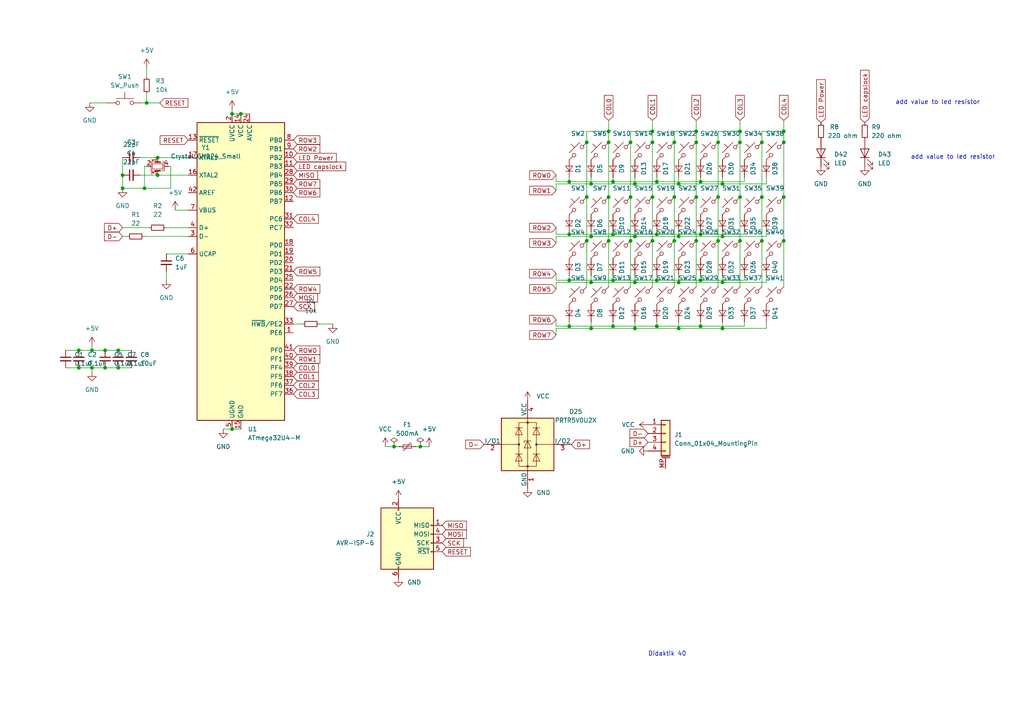
<source format=kicad_sch>
(kicad_sch (version 20211123) (generator eeschema)
  (paper "A4")
  (junction (at 114.3 129.54))
  (junction (at 26.67 106.68))
  (junction (at 203.2 67.945))
  (junction (at 67.31 124.46))
  (junction (at 176.53 69.85))
  (junction (at 195.58 57.15))
  (junction (at 220.98 41.275))
  (junction (at 196.85 95.25))
  (junction (at 170.18 69.85))
  (junction (at 35.56 50.8))
  (junction (at 184.15 68.58))
  (junction (at 220.98 69.85))
  (junction (at 45.72 50.8))
  (junction (at 30.48 106.68))
  (junction (at 41.91 54.61))
  (junction (at 165.1 67.945))
  (junction (at 201.93 41.275))
  (junction (at 45.72 45.72))
  (junction (at 34.29 101.6))
  (junction (at 170.18 57.15))
  (junction (at 203.2 94.615))
  (junction (at 214.63 57.15))
  (junction (at 209.55 68.58))
  (junction (at 208.28 69.85))
  (junction (at 214.63 38.1))
  (junction (at 165.1 94.615))
  (junction (at 171.45 68.58))
  (junction (at 26.67 101.6))
  (junction (at 69.85 33.02))
  (junction (at 201.93 69.85))
  (junction (at 203.2 52.705))
  (junction (at 171.45 81.915))
  (junction (at 189.23 57.15))
  (junction (at 201.93 57.15))
  (junction (at 214.63 41.275))
  (junction (at 195.58 41.275))
  (junction (at 35.56 54.61))
  (junction (at 176.53 41.275))
  (junction (at 30.48 101.6))
  (junction (at 176.53 38.1))
  (junction (at 190.5 67.945))
  (junction (at 190.5 81.28))
  (junction (at 203.2 81.28))
  (junction (at 227.33 69.85))
  (junction (at 209.55 81.915))
  (junction (at 209.55 53.34))
  (junction (at 121.92 129.54))
  (junction (at 189.23 69.85))
  (junction (at 189.23 41.275))
  (junction (at 176.53 57.15))
  (junction (at 189.23 38.1))
  (junction (at 196.85 81.915))
  (junction (at 184.15 95.25))
  (junction (at 170.18 41.275))
  (junction (at 227.33 57.15))
  (junction (at 177.8 67.945))
  (junction (at 165.1 81.28))
  (junction (at 22.86 101.6))
  (junction (at 182.88 41.275))
  (junction (at 220.98 57.15))
  (junction (at 34.29 106.68))
  (junction (at 184.15 81.915))
  (junction (at 209.55 95.25))
  (junction (at 227.33 41.275))
  (junction (at 201.93 38.1))
  (junction (at 208.28 57.15))
  (junction (at 184.15 53.34))
  (junction (at 190.5 94.615))
  (junction (at 190.5 52.705))
  (junction (at 67.31 33.02))
  (junction (at 227.33 38.1))
  (junction (at 195.58 69.85))
  (junction (at 182.88 69.85))
  (junction (at 165.1 52.705))
  (junction (at 214.63 69.85))
  (junction (at 177.8 52.705))
  (junction (at 42.545 29.845))
  (junction (at 196.85 53.34))
  (junction (at 171.45 53.34))
  (junction (at 208.28 41.275))
  (junction (at 196.85 68.58))
  (junction (at 177.8 94.615))
  (junction (at 171.45 95.25))
  (junction (at 22.86 106.68))
  (junction (at 182.88 57.15))
  (junction (at 177.8 81.28))
  (wire (pts (xy 201.93 34.925) (xy 201.93 38.1)))
  (wire (pts (xy 214.63 57.15) (xy 214.63 69.85)))
  (wire (pts (xy 190.5 51.435) (xy 190.5 52.705)))
  (wire (pts (xy 227.33 57.15) (xy 227.33 69.85)))
  (wire (pts (xy 214.63 38.1) (xy 214.63 41.275)))
  (wire (pts (xy 48.895 48.26) (xy 49.53 48.26)))
  (wire (pts (xy 41.91 68.58) (xy 54.61 68.58)))
  (wire (pts (xy 177.8 80.01) (xy 177.8 81.28)))
  (wire (pts (xy 161.29 95.25) (xy 161.29 97.155)))
  (wire (pts (xy 40.64 50.8) (xy 45.72 50.8)))
  (wire (pts (xy 42.545 19.685) (xy 42.545 22.225)))
  (wire (pts (xy 177.8 52.705) (xy 190.5 52.705)))
  (wire (pts (xy 67.31 124.46) (xy 69.85 124.46)))
  (wire (pts (xy 170.18 38.1) (xy 176.53 38.1)))
  (wire (pts (xy 189.23 41.275) (xy 189.23 57.15)))
  (wire (pts (xy 165.1 51.435) (xy 165.1 52.705)))
  (wire (pts (xy 190.5 52.705) (xy 203.2 52.705)))
  (wire (pts (xy 85.09 93.98) (xy 87.63 93.98)))
  (wire (pts (xy 161.29 68.58) (xy 171.45 68.58)))
  (wire (pts (xy 69.85 33.02) (xy 72.39 33.02)))
  (wire (pts (xy 209.55 68.58) (xy 222.25 68.58)))
  (wire (pts (xy 40.64 45.72) (xy 45.72 45.72)))
  (wire (pts (xy 203.2 67.945) (xy 215.9 67.945)))
  (wire (pts (xy 222.25 93.345) (xy 222.25 95.25)))
  (wire (pts (xy 170.18 83.185) (xy 170.18 69.85)))
  (wire (pts (xy 215.9 93.345) (xy 215.9 94.615)))
  (wire (pts (xy 203.2 67.31) (xy 203.2 67.945)))
  (wire (pts (xy 222.25 80.01) (xy 222.25 81.915)))
  (wire (pts (xy 208.28 41.275) (xy 208.28 38.1)))
  (wire (pts (xy 161.29 50.8) (xy 161.29 52.705)))
  (wire (pts (xy 201.93 38.1) (xy 195.58 38.1)))
  (wire (pts (xy 214.63 69.85) (xy 214.63 83.185)))
  (wire (pts (xy 165.1 81.28) (xy 177.8 81.28)))
  (wire (pts (xy 161.29 66.04) (xy 161.29 67.945)))
  (wire (pts (xy 177.8 51.435) (xy 177.8 52.705)))
  (wire (pts (xy 209.55 80.01) (xy 209.55 81.915)))
  (wire (pts (xy 30.48 101.6) (xy 34.29 101.6)))
  (wire (pts (xy 196.85 81.915) (xy 209.55 81.915)))
  (wire (pts (xy 208.28 83.185) (xy 208.28 69.85)))
  (wire (pts (xy 22.86 101.6) (xy 26.67 101.6)))
  (wire (pts (xy 184.15 93.345) (xy 184.15 95.25)))
  (wire (pts (xy 190.5 93.345) (xy 190.5 94.615)))
  (wire (pts (xy 41.91 54.61) (xy 35.56 54.61)))
  (wire (pts (xy 227.33 69.85) (xy 227.33 83.185)))
  (wire (pts (xy 177.8 81.28) (xy 190.5 81.28)))
  (wire (pts (xy 184.15 53.34) (xy 171.45 53.34)))
  (wire (pts (xy 171.45 68.58) (xy 184.15 68.58)))
  (wire (pts (xy 49.53 54.61) (xy 41.91 54.61)))
  (wire (pts (xy 195.58 57.15) (xy 195.58 69.85)))
  (wire (pts (xy 171.45 95.25) (xy 161.29 95.25)))
  (wire (pts (xy 215.9 67.31) (xy 215.9 67.945)))
  (wire (pts (xy 182.88 83.185) (xy 182.88 69.85)))
  (wire (pts (xy 201.93 69.85) (xy 201.93 83.185)))
  (wire (pts (xy 209.55 51.435) (xy 209.55 53.34)))
  (wire (pts (xy 189.23 57.15) (xy 189.23 69.85)))
  (wire (pts (xy 196.85 68.58) (xy 209.55 68.58)))
  (wire (pts (xy 161.29 67.945) (xy 165.1 67.945)))
  (wire (pts (xy 177.8 67.31) (xy 177.8 67.945)))
  (wire (pts (xy 222.25 95.25) (xy 209.55 95.25)))
  (wire (pts (xy 42.545 29.845) (xy 46.355 29.845)))
  (wire (pts (xy 176.53 69.85) (xy 176.53 83.185)))
  (wire (pts (xy 67.31 31.75) (xy 67.31 33.02)))
  (wire (pts (xy 42.545 27.305) (xy 42.545 29.845)))
  (wire (pts (xy 203.2 81.28) (xy 215.9 81.28)))
  (wire (pts (xy 35.56 45.72) (xy 35.56 50.8)))
  (wire (pts (xy 190.5 81.28) (xy 203.2 81.28)))
  (wire (pts (xy 161.29 81.915) (xy 161.29 83.82)))
  (wire (pts (xy 170.18 69.85) (xy 170.18 57.15)))
  (wire (pts (xy 195.58 38.1) (xy 195.58 41.275)))
  (wire (pts (xy 45.72 50.8) (xy 54.61 50.8)))
  (wire (pts (xy 184.15 80.01) (xy 184.15 81.915)))
  (wire (pts (xy 161.29 68.58) (xy 161.29 70.485)))
  (wire (pts (xy 227.33 41.275) (xy 227.33 57.15)))
  (wire (pts (xy 165.1 93.345) (xy 165.1 94.615)))
  (wire (pts (xy 41.91 48.26) (xy 42.545 48.26)))
  (wire (pts (xy 30.48 106.68) (xy 34.29 106.68)))
  (wire (pts (xy 201.93 57.15) (xy 201.93 69.85)))
  (wire (pts (xy 64.77 124.46) (xy 67.31 124.46)))
  (wire (pts (xy 22.86 106.68) (xy 26.67 106.68)))
  (wire (pts (xy 177.8 93.345) (xy 177.8 94.615)))
  (wire (pts (xy 184.15 68.58) (xy 196.85 68.58)))
  (wire (pts (xy 227.33 38.1) (xy 220.98 38.1)))
  (wire (pts (xy 208.28 69.85) (xy 208.28 57.15)))
  (wire (pts (xy 26.67 100.33) (xy 26.67 101.6)))
  (wire (pts (xy 50.8 60.96) (xy 54.61 60.96)))
  (wire (pts (xy 165.1 94.615) (xy 177.8 94.615)))
  (wire (pts (xy 120.65 129.54) (xy 121.92 129.54)))
  (wire (pts (xy 189.23 34.925) (xy 189.23 38.1)))
  (wire (pts (xy 165.1 67.945) (xy 177.8 67.945)))
  (wire (pts (xy 214.63 34.925) (xy 214.63 38.1)))
  (wire (pts (xy 177.8 67.945) (xy 190.5 67.945)))
  (wire (pts (xy 171.45 93.345) (xy 171.45 95.25)))
  (wire (pts (xy 114.3 129.54) (xy 115.57 129.54)))
  (wire (pts (xy 161.29 53.34) (xy 161.29 55.245)))
  (wire (pts (xy 220.98 69.85) (xy 220.98 83.185)))
  (wire (pts (xy 35.56 68.58) (xy 36.83 68.58)))
  (wire (pts (xy 220.98 41.275) (xy 220.98 57.15)))
  (wire (pts (xy 48.26 66.04) (xy 54.61 66.04)))
  (wire (pts (xy 170.18 41.275) (xy 170.18 38.1)))
  (wire (pts (xy 201.93 38.1) (xy 201.93 41.275)))
  (wire (pts (xy 203.2 80.01) (xy 203.2 81.28)))
  (wire (pts (xy 222.25 53.34) (xy 209.55 53.34)))
  (wire (pts (xy 209.55 67.31) (xy 209.55 68.58)))
  (wire (pts (xy 203.2 94.615) (xy 215.9 94.615)))
  (wire (pts (xy 182.88 38.1) (xy 189.23 38.1)))
  (wire (pts (xy 208.28 57.15) (xy 208.28 41.275)))
  (wire (pts (xy 111.76 129.54) (xy 114.3 129.54)))
  (wire (pts (xy 48.26 73.66) (xy 54.61 73.66)))
  (wire (pts (xy 209.55 95.25) (xy 196.85 95.25)))
  (wire (pts (xy 190.5 67.945) (xy 203.2 67.945)))
  (wire (pts (xy 189.23 69.85) (xy 189.23 83.185)))
  (wire (pts (xy 227.33 34.925) (xy 227.33 38.1)))
  (wire (pts (xy 176.53 38.1) (xy 176.53 41.275)))
  (wire (pts (xy 19.05 101.6) (xy 22.86 101.6)))
  (wire (pts (xy 48.26 78.74) (xy 48.26 81.28)))
  (wire (pts (xy 190.5 94.615) (xy 203.2 94.615)))
  (wire (pts (xy 208.28 38.1) (xy 214.63 38.1)))
  (wire (pts (xy 209.55 53.34) (xy 196.85 53.34)))
  (wire (pts (xy 161.29 81.915) (xy 171.45 81.915)))
  (wire (pts (xy 171.45 51.435) (xy 171.45 53.34)))
  (wire (pts (xy 215.9 51.435) (xy 215.9 52.705)))
  (wire (pts (xy 170.18 57.15) (xy 170.18 41.275)))
  (wire (pts (xy 189.23 38.1) (xy 189.23 41.275)))
  (wire (pts (xy 203.2 93.345) (xy 203.2 94.615)))
  (wire (pts (xy 35.56 66.04) (xy 43.18 66.04)))
  (wire (pts (xy 184.15 81.915) (xy 196.85 81.915)))
  (wire (pts (xy 45.72 45.72) (xy 54.61 45.72)))
  (wire (pts (xy 196.85 51.435) (xy 196.85 53.34)))
  (wire (pts (xy 203.2 51.435) (xy 203.2 52.705)))
  (wire (pts (xy 182.88 41.275) (xy 182.88 38.1)))
  (wire (pts (xy 26.67 101.6) (xy 30.48 101.6)))
  (wire (pts (xy 196.85 80.01) (xy 196.85 81.915)))
  (wire (pts (xy 227.33 38.1) (xy 227.33 41.275)))
  (wire (pts (xy 171.45 53.34) (xy 161.29 53.34)))
  (wire (pts (xy 161.29 94.615) (xy 165.1 94.615)))
  (wire (pts (xy 165.1 67.31) (xy 165.1 67.945)))
  (wire (pts (xy 195.58 69.85) (xy 195.58 83.185)))
  (wire (pts (xy 184.15 95.25) (xy 171.45 95.25)))
  (wire (pts (xy 222.25 51.435) (xy 222.25 53.34)))
  (wire (pts (xy 165.1 80.01) (xy 165.1 81.28)))
  (wire (pts (xy 171.45 81.915) (xy 184.15 81.915)))
  (wire (pts (xy 203.2 52.705) (xy 215.9 52.705)))
  (wire (pts (xy 195.58 41.275) (xy 195.58 57.15)))
  (wire (pts (xy 161.29 79.375) (xy 161.29 81.28)))
  (wire (pts (xy 184.15 51.435) (xy 184.15 53.34)))
  (wire (pts (xy 176.53 41.275) (xy 176.53 57.15)))
  (wire (pts (xy 176.53 57.15) (xy 176.53 69.85)))
  (wire (pts (xy 26.67 106.68) (xy 26.67 107.95)))
  (wire (pts (xy 196.85 93.345) (xy 196.85 95.25)))
  (wire (pts (xy 41.275 29.845) (xy 42.545 29.845)))
  (wire (pts (xy 215.9 80.01) (xy 215.9 81.28)))
  (wire (pts (xy 190.5 67.31) (xy 190.5 67.945)))
  (wire (pts (xy 171.45 67.31) (xy 171.45 68.58)))
  (wire (pts (xy 214.63 41.275) (xy 214.63 57.15)))
  (wire (pts (xy 182.88 69.85) (xy 182.88 57.15)))
  (wire (pts (xy 176.53 34.925) (xy 176.53 38.1)))
  (wire (pts (xy 26.035 29.845) (xy 31.115 29.845)))
  (wire (pts (xy 196.85 67.31) (xy 196.85 68.58)))
  (wire (pts (xy 49.53 48.26) (xy 49.53 54.61)))
  (wire (pts (xy 220.98 38.1) (xy 220.98 41.275)))
  (wire (pts (xy 161.29 81.28) (xy 165.1 81.28)))
  (wire (pts (xy 222.25 67.31) (xy 222.25 68.58)))
  (wire (pts (xy 34.29 106.68) (xy 38.1 106.68)))
  (wire (pts (xy 41.91 48.26) (xy 41.91 54.61)))
  (wire (pts (xy 190.5 80.01) (xy 190.5 81.28)))
  (wire (pts (xy 220.98 57.15) (xy 220.98 69.85)))
  (wire (pts (xy 35.56 50.8) (xy 35.56 54.61)))
  (wire (pts (xy 201.93 41.275) (xy 201.93 57.15)))
  (wire (pts (xy 19.05 106.68) (xy 22.86 106.68)))
  (wire (pts (xy 196.85 53.34) (xy 184.15 53.34)))
  (wire (pts (xy 165.1 52.705) (xy 177.8 52.705)))
  (wire (pts (xy 209.55 93.345) (xy 209.55 95.25)))
  (wire (pts (xy 161.29 52.705) (xy 165.1 52.705)))
  (wire (pts (xy 161.29 92.71) (xy 161.29 94.615)))
  (wire (pts (xy 67.31 33.02) (xy 69.85 33.02)))
  (wire (pts (xy 182.88 57.15) (xy 182.88 41.275)))
  (wire (pts (xy 171.45 80.01) (xy 171.45 81.915)))
  (wire (pts (xy 26.67 106.68) (xy 30.48 106.68)))
  (wire (pts (xy 92.71 93.98) (xy 96.52 93.98)))
  (wire (pts (xy 177.8 94.615) (xy 190.5 94.615)))
  (wire (pts (xy 121.92 129.54) (xy 124.46 129.54)))
  (wire (pts (xy 196.85 95.25) (xy 184.15 95.25)))
  (wire (pts (xy 34.29 101.6) (xy 38.1 101.6)))
  (wire (pts (xy 209.55 81.915) (xy 222.25 81.915)))
  (wire (pts (xy 184.15 67.31) (xy 184.15 68.58)))
  (text "Didaktik 40" (at 187.96 190.5 0) (effects (font (size 1.27 1.27)) (justify left bottom)))
  (text "add value to led resistor" (at 259.715 30.48 0) (effects (font (size 1.27 1.27)) (justify left bottom)))
  (text "add value to led resistor" (at 264.16 46.355 0) (effects (font (size 1.27 1.27)) (justify left bottom)))
  (global_label "ROW6" (shape input) (at 85.09 55.88 0) (property "Intersheet References" "${INTERSHEET_REFS}" (effects hide)))
  (global_label "COL4" (shape input) (at 227.33 34.925 90) (property "Intersheet References" "${INTERSHEET_REFS}" (effects hide)))
  (global_label "LED Power" (shape input) (at 85.09 45.72 0) (property "Intersheet References" "${INTERSHEET_REFS}" (effects hide)))
  (global_label "ROW0" (shape input) (at 85.09 101.6 0) (property "Intersheet References" "${INTERSHEET_REFS}" (effects hide)))
  (global_label "RESET" (shape input) (at 54.61 40.64 180) (property "Intersheet References" "${INTERSHEET_REFS}" (effects hide)))
  (global_label "RESET" (shape input) (at 46.355 29.845 0) (property "Intersheet References" "${INTERSHEET_REFS}" (effects hide)))
  (global_label "LED capslock" (shape input) (at 250.825 35.56 90) (property "Intersheet References" "${INTERSHEET_REFS}" (effects hide)))
  (global_label "COL1" (shape input) (at 85.09 109.22 0) (property "Intersheet References" "${INTERSHEET_REFS}" (effects hide)))
  (global_label "COL1" (shape input) (at 189.23 34.925 90) (property "Intersheet References" "${INTERSHEET_REFS}" (effects hide)))
  (global_label "D-" (shape input) (at 35.56 68.58 180) (property "Intersheet References" "${INTERSHEET_REFS}" (effects hide)))
  (global_label "MOSI" (shape input) (at 128.27 154.94 0) (property "Intersheet References" "${INTERSHEET_REFS}" (effects hide)))
  (global_label "ROW5" (shape input) (at 85.09 78.74 0) (property "Intersheet References" "${INTERSHEET_REFS}" (effects hide)))
  (global_label "ROW6" (shape input) (at 161.29 92.71 180) (property "Intersheet References" "${INTERSHEET_REFS}" (effects hide)))
  (global_label "ROW3" (shape input) (at 161.29 70.485 180) (property "Intersheet References" "${INTERSHEET_REFS}" (effects hide)))
  (global_label "D+" (shape input) (at 187.96 128.27 180) (property "Intersheet References" "${INTERSHEET_REFS}" (effects hide)))
  (global_label "COL3" (shape input) (at 85.09 114.3 0) (property "Intersheet References" "${INTERSHEET_REFS}" (effects hide)))
  (global_label "ROW1" (shape input) (at 85.09 104.14 0) (property "Intersheet References" "${INTERSHEET_REFS}" (effects hide)))
  (global_label "D-" (shape input) (at 187.96 125.73 180) (property "Intersheet References" "${INTERSHEET_REFS}" (effects hide)))
  (global_label "COL0" (shape input) (at 176.53 34.925 90) (property "Intersheet References" "${INTERSHEET_REFS}" (effects hide)))
  (global_label "ROW4" (shape input) (at 161.29 79.375 180) (property "Intersheet References" "${INTERSHEET_REFS}" (effects hide)))
  (global_label "ROW7" (shape input) (at 85.09 53.34 0) (property "Intersheet References" "${INTERSHEET_REFS}" (effects hide)))
  (global_label "COL4" (shape input) (at 85.09 63.5 0) (property "Intersheet References" "${INTERSHEET_REFS}" (effects hide)))
  (global_label "LED capslock" (shape input) (at 85.09 48.26 0) (property "Intersheet References" "${INTERSHEET_REFS}" (effects hide)))
  (global_label "D-" (shape input) (at 140.335 128.905 180) (property "Intersheet References" "${INTERSHEET_REFS}" (effects hide)))
  (global_label "COL0" (shape input) (at 85.09 106.68 0) (property "Intersheet References" "${INTERSHEET_REFS}" (effects hide)))
  (global_label "MISO" (shape input) (at 128.27 152.4 0) (property "Intersheet References" "${INTERSHEET_REFS}" (effects hide)))
  (global_label "ROW0" (shape input) (at 161.29 50.8 180) (property "Intersheet References" "${INTERSHEET_REFS}" (effects hide)))
  (global_label "COL3" (shape input) (at 214.63 34.925 90) (property "Intersheet References" "${INTERSHEET_REFS}" (effects hide)))
  (global_label "RESET" (shape input) (at 128.27 160.02 0) (property "Intersheet References" "${INTERSHEET_REFS}" (effects hide)))
  (global_label "ROW4" (shape input) (at 85.09 83.82 0) (property "Intersheet References" "${INTERSHEET_REFS}" (effects hide)))
  (global_label "MOSI" (shape input) (at 85.09 86.36 0) (property "Intersheet References" "${INTERSHEET_REFS}" (effects hide)))
  (global_label "ROW5" (shape input) (at 161.29 83.82 180) (property "Intersheet References" "${INTERSHEET_REFS}" (effects hide)))
  (global_label "MISO" (shape input) (at 85.09 50.8 0) (property "Intersheet References" "${INTERSHEET_REFS}" (effects hide)))
  (global_label "SCK" (shape input) (at 128.27 157.48 0) (property "Intersheet References" "${INTERSHEET_REFS}" (effects hide)))
  (global_label "ROW2" (shape input) (at 85.09 43.18 0) (property "Intersheet References" "${INTERSHEET_REFS}" (effects hide)))
  (global_label "D+" (shape input) (at 165.735 128.905 0) (property "Intersheet References" "${INTERSHEET_REFS}" (effects hide)))
  (global_label "ROW2" (shape input) (at 161.29 66.04 180) (property "Intersheet References" "${INTERSHEET_REFS}" (effects hide)))
  (global_label "COL2" (shape input) (at 201.93 34.925 90) (property "Intersheet References" "${INTERSHEET_REFS}" (effects hide)))
  (global_label "D+" (shape input) (at 35.56 66.04 180) (property "Intersheet References" "${INTERSHEET_REFS}" (effects hide)))
  (global_label "ROW1" (shape input) (at 161.29 55.245 180) (property "Intersheet References" "${INTERSHEET_REFS}" (effects hide)))
  (global_label "SCK" (shape input) (at 85.09 88.9 0) (property "Intersheet References" "${INTERSHEET_REFS}" (effects hide)))
  (global_label "LED Power" (shape input) (at 238.125 35.56 90) (property "Intersheet References" "${INTERSHEET_REFS}" (effects hide)))
  (global_label "ROW7" (shape input) (at 161.29 97.155 180) (property "Intersheet References" "${INTERSHEET_REFS}" (effects hide)))
  (global_label "COL2" (shape input) (at 85.09 111.76 0) (property "Intersheet References" "${INTERSHEET_REFS}" (effects hide)))
  (global_label "ROW3" (shape input) (at 85.09 40.64 0) (property "Intersheet References" "${INTERSHEET_REFS}" (effects hide)))
  (symbol (lib_id "ComboDiode:D_Small") (at 203.2 77.47 270) (mirror x) (unit 1)
    (property "Reference" "D28" (at 205.74 77.47 0))
    (property "Value" "D_Small" (effects hide))
    (property "Footprint" "Diode_SMD:D_SOD-123" (effects hide))
  )
  (symbol (lib_id "ComboDiode:Crystal_GND24_Small") (at 45.72 48.26 270) (unit 1)
    (property "Reference" "Y1" (at 59.69 42.7988 90))
    (property "Value" "Crystal_GND24_Small" (at 59.69 45.3388 90))
    (property "Footprint" "Crystal:Crystal_SMD_3225-4Pin_3.2x2.5mm" (effects hide))
  )
  (symbol (lib_id "power:+5V") (at 124.46 129.54 0) (unit 1)
    (property "Reference" "#PWR0103" (effects hide))
    (property "Value" "+5V" (at 124.46 124.46 0))
  )
  (symbol (lib_id "ComboDiode:D_Small") (at 190.5 48.895 270) (mirror x) (unit 1)
    (property "Reference" "D17" (at 193.04 48.895 0))
    (property "Value" "D_Small" (effects hide))
    (property "Footprint" "Diode_SMD:D_SOD-123" (effects hide))
  )
  (symbol (lib_id "ComboDiode:D_Small") (at 165.1 77.47 270) (mirror x) (unit 1)
    (property "Reference" "D3" (at 167.64 77.47 0))
    (property "Value" "D_Small" (effects hide))
    (property "Footprint" "Diode_SMD:D_SOD-123" (effects hide))
  )
  (symbol (lib_id "power:GND") (at 187.96 130.81 270) (unit 1)
    (property "Reference" "#PWR0118" (effects hide))
    (property "Value" "GND" (at 184.15 130.8099 90) (effects (justify right)))
  )
  (symbol (lib_id "ComboDiode:R_Small") (at 250.825 38.1 0) (unit 1)
    (property "Reference" "R9" (at 252.73 36.8299 0) (effects (justify left)))
    (property "Value" "220 ohm" (at 252.73 39.3699 0) (effects (justify left)))
    (property "Footprint" "Resistor_SMD:R_0402_1005Metric" (effects hide))
  )
  (symbol (lib_id "ComboDiode:D_Small") (at 171.45 77.47 270) (mirror x) (unit 1)
    (property "Reference" "D7" (at 173.99 77.47 0))
    (property "Value" "D_Small" (effects hide))
    (property "Footprint" "Diode_SMD:D_SOD-123" (effects hide))
  )
  (symbol (lib_id "MCU_Microchip_ATmega:ATmega32U4-M") (at 69.85 78.74 0) (unit 1)
    (property "Reference" "U1" (at 71.8694 124.46 0) (effects (justify left)))
    (property "Value" "ATmega32U4-M" (at 71.8694 127 0) (effects (justify left)))
    (property "Footprint" "Package_DFN_QFN:QFN-44-1EP_7x7mm_P0.5mm_EP5.2x5.2mm" (effects hide))
    (property "Datasheet" "http://ww1.microchip.com/downloads/en/DeviceDoc/Atmel-7766-8-bit-AVR-ATmega16U4-32U4_Datasheet.pdf" (effects hide))
  )
  (symbol (lib_id "power:GND") (at 48.26 81.28 0) (unit 1)
    (property "Reference" "#PWR0108" (effects hide))
    (property "Value" "GND" (at 48.26 86.36 0))
  )
  (symbol (lib_id "ComboDiode:D_Small") (at 215.9 90.805 270) (mirror x) (unit 1)
    (property "Reference" "D37" (at 218.44 90.805 0))
    (property "Value" "D_Small" (effects hide))
    (property "Footprint" "Diode_SMD:D_SOD-123" (effects hide))
  )
  (symbol (lib_id "power:GND") (at 96.52 93.98 0) (unit 1)
    (property "Reference" "#PWR0106" (effects hide))
    (property "Value" "GND" (at 96.52 99.06 0))
  )
  (symbol (lib_id "Switch:SW_Push_45deg") (at 173.99 85.725 0) (mirror y) (unit 1)
    (property "Reference" "SW9" (at 173.99 80.645 0))
    (property "Value" "SW_Push_45deg" (effects hide))
    (property "Footprint" "Keebio-Parts:MX-Alps-Choc-1U-NoLED" (effects hide))
  )
  (symbol (lib_id "power:+5V") (at 67.31 31.75 0) (unit 1)
    (property "Reference" "#PWR0116" (effects hide))
    (property "Value" "+5V" (at 67.31 26.67 0))
  )
  (symbol (lib_id "ComboDiode:C_Small") (at 38.1 50.8 90) (unit 1)
    (property "Reference" "C4" (at 38.1063 44.45 90))
    (property "Value" "22pF" (at 38.1063 46.99 90))
    (property "Footprint" "Capacitor_SMD:C_0402_1005Metric" (effects hide))
  )
  (symbol (lib_id "ComboDiode:D_Small") (at 171.45 90.805 270) (mirror x) (unit 1)
    (property "Reference" "D8" (at 173.99 90.805 0))
    (property "Value" "D_Small" (effects hide))
    (property "Footprint" "Diode_SMD:D_SOD-123" (effects hide))
  )
  (symbol (lib_id "Switch:SW_Push_45deg") (at 218.44 72.39 0) (mirror y) (unit 1)
    (property "Reference" "SW36" (at 218.44 67.31 0))
    (property "Value" "SW_Push_45deg" (effects hide))
    (property "Footprint" "Keebio-Parts:MX-Alps-Choc-1U-NoLED" (effects hide))
  )
  (symbol (lib_id "Switch:SW_Push_45deg") (at 167.64 43.815 0) (mirror y) (unit 1)
    (property "Reference" "SW2" (at 167.64 38.735 0))
    (property "Value" "SW_Push_45deg" (effects hide))
    (property "Footprint" "Keebio-Parts:MX-Alps-Choc-1U-NoLED" (effects hide))
  )
  (symbol (lib_id "Switch:SW_Push_45deg") (at 180.34 72.39 0) (mirror y) (unit 1)
    (property "Reference" "SW12" (at 180.34 67.31 0))
    (property "Value" "SW_Push_45deg" (effects hide))
    (property "Footprint" "Keebio-Parts:MX-Alps-Choc-1U-NoLED" (effects hide))
  )
  (symbol (lib_id "ComboDiode:R_Small") (at 39.37 68.58 90) (unit 1)
    (property "Reference" "R1" (at 39.37 62.23 90))
    (property "Value" "22" (at 39.37 64.77 90))
    (property "Footprint" "Resistor_SMD:R_0402_1005Metric" (effects hide))
  )
  (symbol (lib_id "ComboDiode:D_Small") (at 209.55 90.805 270) (mirror x) (unit 1)
    (property "Reference" "D33" (at 212.09 90.805 0))
    (property "Value" "D_Small" (effects hide))
    (property "Footprint" "Diode_SMD:D_SOD-123" (effects hide))
  )
  (symbol (lib_id "ComboDiode:D_Small") (at 215.9 48.895 270) (mirror x) (unit 1)
    (property "Reference" "D34" (at 218.44 48.895 0))
    (property "Value" "D_Small" (effects hide))
    (property "Footprint" "Diode_SMD:D_SOD-123" (effects hide))
  )
  (symbol (lib_id "ComboDiode:D_Small") (at 190.5 90.805 270) (mirror x) (unit 1)
    (property "Reference" "D20" (at 193.04 90.805 0))
    (property "Value" "D_Small" (effects hide))
    (property "Footprint" "Diode_SMD:D_SOD-123" (effects hide))
  )
  (symbol (lib_id "Switch:SW_Push") (at 36.195 29.845 0) (unit 1)
    (property "Reference" "SW1" (at 36.195 22.225 0))
    (property "Value" "SW_Push" (at 36.195 24.765 0))
    (property "Footprint" "random-keyboard-parts:SKQG-1155865" (effects hide))
  )
  (symbol (lib_id "Switch:SW_Push_45deg") (at 186.69 59.69 0) (mirror y) (unit 1)
    (property "Reference" "SW15" (at 186.69 54.61 0))
    (property "Value" "SW_Push_45deg" (effects hide))
    (property "Footprint" "Keebio-Parts:MX-Alps-Choc-1U-NoLED" (effects hide))
  )
  (symbol (lib_id "Switch:SW_Push_45deg") (at 224.79 85.725 0) (mirror y) (unit 1)
    (property "Reference" "SW41" (at 224.79 80.645 0))
    (property "Value" "SW_Push_45deg" (effects hide))
    (property "Footprint" "Keebio-Parts:MX-Alps-Choc-1U-NoLED" (effects hide))
  )
  (symbol (lib_id "power:GND") (at 250.825 48.26 0) (unit 1)
    (property "Reference" "#PWR0123" (effects hide))
    (property "Value" "GND" (at 250.825 53.34 0))
  )
  (symbol (lib_id "Connector:AVR-ISP-6") (at 118.11 157.48 0) (unit 1)
    (property "Reference" "J2" (at 108.585 154.9399 0) (effects (justify right)))
    (property "Value" "AVR-ISP-6" (at 108.585 157.4799 0) (effects (justify right)))
    (property "Footprint" "random-keyboard-parts:Reset_Pretty-Mask" (effects hide))
    (property "Datasheet" " ~" (effects hide))
  )
  (symbol (lib_id "ComboDiode:C_Small") (at 48.26 76.2 0) (unit 1)
    (property "Reference" "C6" (at 50.8 74.9362 0) (effects (justify left)))
    (property "Value" "1uF" (at 50.8 77.4762 0) (effects (justify left)))
    (property "Footprint" "Capacitor_SMD:C_0402_1005Metric" (effects hide))
  )
  (symbol (lib_id "ComboDiode:R_Small") (at 42.545 24.765 0) (unit 1)
    (property "Reference" "R3" (at 45.085 23.4949 0) (effects (justify left)))
    (property "Value" "10k" (at 45.085 26.0349 0) (effects (justify left)))
    (property "Footprint" "Resistor_SMD:R_0402_1005Metric" (effects hide))
  )
  (symbol (lib_id "ComboDiode:D_Small") (at 196.85 90.805 270) (mirror x) (unit 1)
    (property "Reference" "D24" (at 199.39 90.805 0))
    (property "Value" "D_Small" (effects hide))
    (property "Footprint" "Diode_SMD:D_SOD-123" (effects hide))
  )
  (symbol (lib_id "ComboDiode:D_Small") (at 184.15 64.77 270) (mirror x) (unit 1)
    (property "Reference" "D14" (at 186.69 64.77 0))
    (property "Value" "D_Small" (effects hide))
    (property "Footprint" "Diode_SMD:D_SOD-123" (effects hide))
  )
  (symbol (lib_id "power:VCC") (at 153.035 116.205 0) (unit 1)
    (property "Reference" "#PWR0102" (effects hide))
    (property "Value" "VCC" (at 155.575 114.9349 0) (effects (justify left)))
  )
  (symbol (lib_id "ComboDiode:D_Small") (at 184.15 48.895 270) (mirror x) (unit 1)
    (property "Reference" "D13" (at 186.69 48.895 0))
    (property "Value" "D_Small" (effects hide))
    (property "Footprint" "Diode_SMD:D_SOD-123" (effects hide))
  )
  (symbol (lib_id "ComboDiode:R_Small") (at 90.17 93.98 90) (unit 1)
    (property "Reference" "R4" (at 90.17 87.63 90))
    (property "Value" "10k" (at 90.17 90.17 90))
    (property "Footprint" "Resistor_SMD:R_0402_1005Metric" (effects hide))
  )
  (symbol (lib_id "Switch:SW_Push_45deg") (at 180.34 85.725 0) (mirror y) (unit 1)
    (property "Reference" "SW13" (at 180.34 80.645 0))
    (property "Value" "SW_Push_45deg" (effects hide))
    (property "Footprint" "Keebio-Parts:MX-Alps-Choc-1U-NoLED" (effects hide))
  )
  (symbol (lib_id "ComboDiode:D_Small") (at 184.15 77.47 270) (mirror x) (unit 1)
    (property "Reference" "D15" (at 186.69 77.47 0))
    (property "Value" "D_Small" (effects hide))
    (property "Footprint" "Diode_SMD:D_SOD-123" (effects hide))
  )
  (symbol (lib_id "ComboDiode:D_Small") (at 184.15 90.805 270) (mirror x) (unit 1)
    (property "Reference" "D16" (at 186.69 90.805 0))
    (property "Value" "D_Small" (effects hide))
    (property "Footprint" "Diode_SMD:D_SOD-123" (effects hide))
  )
  (symbol (lib_id "ComboDiode:LED") (at 238.125 44.45 90) (unit 1)
    (property "Reference" "D42" (at 241.935 44.7801 90) (effects (justify right)))
    (property "Value" "LED" (at 241.935 47.3201 90) (effects (justify right)))
    (property "Footprint" "Keebio-Parts:LED_3mm" (effects hide))
  )
  (symbol (lib_id "ComboDiode:C_Small") (at 19.05 104.14 0) (unit 1)
    (property "Reference" "C1" (at 21.59 102.8762 0) (effects (justify left)))
    (property "Value" "0.1uF" (at 21.59 105.4162 0) (effects (justify left)))
    (property "Footprint" "Capacitor_SMD:C_0402_1005Metric" (effects hide))
  )
  (symbol (lib_id "Switch:SW_Push_45deg") (at 205.74 85.725 0) (mirror y) (unit 1)
    (property "Reference" "SW29" (at 205.74 80.645 0))
    (property "Value" "SW_Push_45deg" (effects hide))
    (property "Footprint" "Keebio-Parts:MX-Alps-Choc-1U-NoLED" (effects hide))
  )
  (symbol (lib_id "ComboDiode:D_Small") (at 196.85 64.77 270) (mirror x) (unit 1)
    (property "Reference" "D22" (at 199.39 64.77 0))
    (property "Value" "D_Small" (effects hide))
    (property "Footprint" "Diode_SMD:D_SOD-123" (effects hide))
  )
  (symbol (lib_id "power:GND") (at 64.77 124.46 0) (unit 1)
    (property "Reference" "#PWR0104" (effects hide))
    (property "Value" "GND" (at 64.77 129.54 0))
  )
  (symbol (lib_id "Switch:SW_Push_45deg") (at 224.79 43.815 0) (mirror y) (unit 1)
    (property "Reference" "SW38" (at 224.79 38.735 0))
    (property "Value" "SW_Push_45deg" (effects hide))
    (property "Footprint" "Keebio-Parts:MX-Alps-Choc-1U-NoLED" (effects hide))
  )
  (symbol (lib_id "Switch:SW_Push_45deg") (at 218.44 59.69 0) (mirror y) (unit 1)
    (property "Reference" "SW35" (at 218.44 54.61 0))
    (property "Value" "SW_Push_45deg" (effects hide))
    (property "Footprint" "Keebio-Parts:MX-Alps-Choc-1U-NoLED" (effects hide))
  )
  (symbol (lib_id "ComboDiode:D_Small") (at 215.9 77.47 270) (mirror x) (unit 1)
    (property "Reference" "D36" (at 218.44 77.47 0))
    (property "Value" "D_Small" (effects hide))
    (property "Footprint" "Diode_SMD:D_SOD-123" (effects hide))
  )
  (symbol (lib_id "ComboDiode:D_Small") (at 203.2 48.895 270) (mirror x) (unit 1)
    (property "Reference" "D26" (at 205.74 48.895 0))
    (property "Value" "D_Small" (effects hide))
    (property "Footprint" "Diode_SMD:D_SOD-123" (effects hide))
  )
  (symbol (lib_id "ComboDiode:D_Small") (at 222.25 90.805 270) (mirror x) (unit 1)
    (property "Reference" "D41" (at 224.79 90.805 0))
    (property "Value" "D_Small" (effects hide))
    (property "Footprint" "Diode_SMD:D_SOD-123" (effects hide))
  )
  (symbol (lib_id "ComboDiode:D_Small") (at 177.8 90.805 270) (mirror x) (unit 1)
    (property "Reference" "D12" (at 180.34 90.805 0))
    (property "Value" "D_Small" (effects hide))
    (property "Footprint" "Diode_SMD:D_SOD-123" (effects hide))
  )
  (symbol (lib_id "ComboDiode:D_Small") (at 190.5 64.77 270) (mirror x) (unit 1)
    (property "Reference" "D18" (at 193.04 64.77 0))
    (property "Value" "D_Small" (effects hide))
    (property "Footprint" "Diode_SMD:D_SOD-123" (effects hide))
  )
  (symbol (lib_id "Switch:SW_Push_45deg") (at 193.04 85.725 0) (mirror y) (unit 1)
    (property "Reference" "SW21" (at 193.04 80.645 0))
    (property "Value" "SW_Push_45deg" (effects hide))
    (property "Footprint" "Keebio-Parts:MX-Alps-Choc-1U-NoLED" (effects hide))
  )
  (symbol (lib_id "ComboDiode:Polyfuse_Small") (at 118.11 129.54 90) (unit 1)
    (property "Reference" "F1" (at 118.11 123.19 90))
    (property "Value" "500mA" (at 118.11 125.73 90))
    (property "Footprint" "Fuse:Fuse_1206_3216Metric" (effects hide))
  )
  (symbol (lib_id "Switch:SW_Push_45deg") (at 212.09 72.39 0) (mirror y) (unit 1)
    (property "Reference" "SW32" (at 212.09 67.31 0))
    (property "Value" "SW_Push_45deg" (effects hide))
    (property "Footprint" "Keebio-Parts:MX-Alps-Choc-1U-NoLED" (effects hide))
  )
  (symbol (lib_id "Switch:SW_Push_45deg") (at 180.34 43.815 0) (mirror y) (unit 1)
    (property "Reference" "SW10" (at 180.34 38.735 0))
    (property "Value" "SW_Push_45deg" (effects hide))
    (property "Footprint" "Keebio-Parts:MX-Alps-Choc-1U-NoLED" (effects hide))
  )
  (symbol (lib_id "ComboDiode:D_Small") (at 222.25 77.47 270) (mirror x) (unit 1)
    (property "Reference" "D40" (at 224.79 77.47 0))
    (property "Value" "D_Small" (effects hide))
    (property "Footprint" "Diode_SMD:D_SOD-123" (effects hide))
  )
  (symbol (lib_id "Switch:SW_Push_45deg") (at 218.44 43.815 0) (mirror y) (unit 1)
    (property "Reference" "SW34" (at 218.44 38.735 0))
    (property "Value" "SW_Push_45deg" (effects hide))
    (property "Footprint" "Keebio-Parts:MX-Alps-Choc-1U-NoLED" (effects hide))
  )
  (symbol (lib_id "ComboDiode:C_Small") (at 38.1 45.72 90) (unit 1)
    (property "Reference" "C3" (at 38.1 41.275 90))
    (property "Value" "22pF" (at 38.1063 41.91 90))
    (property "Footprint" "Capacitor_SMD:C_0402_1005Metric" (effects hide))
  )
  (symbol (lib_id "power:+5V") (at 42.545 19.685 0) (unit 1)
    (property "Reference" "#PWR0117" (effects hide))
    (property "Value" "+5V" (at 42.545 14.605 0))
  )
  (symbol (lib_id "Switch:SW_Push_45deg") (at 212.09 85.725 0) (mirror y) (unit 1)
    (property "Reference" "SW33" (at 212.09 80.645 0))
    (property "Value" "SW_Push_45deg" (effects hide))
    (property "Footprint" "Keebio-Parts:MX-Alps-Choc-1U-NoLED" (effects hide))
  )
  (symbol (lib_id "Switch:SW_Push_45deg") (at 180.34 59.69 0) (mirror y) (unit 1)
    (property "Reference" "SW11" (at 180.34 54.61 0))
    (property "Value" "SW_Push_45deg" (effects hide))
    (property "Footprint" "Keebio-Parts:MX-Alps-Choc-1U-NoLED" (effects hide))
  )
  (symbol (lib_id "power:GND") (at 238.125 48.26 0) (unit 1)
    (property "Reference" "#PWR0122" (effects hide))
    (property "Value" "GND" (at 238.125 53.34 0))
  )
  (symbol (lib_id "Switch:SW_Push_45deg") (at 199.39 43.815 0) (mirror y) (unit 1)
    (property "Reference" "SW22" (at 199.39 38.735 0))
    (property "Value" "SW_Push_45deg" (effects hide))
    (property "Footprint" "Keebio-Parts:MX-Alps-Choc-1U-NoLED" (effects hide))
  )
  (symbol (lib_id "Switch:SW_Push_45deg") (at 205.74 59.69 0) (mirror y) (unit 1)
    (property "Reference" "SW27" (at 205.74 54.61 0))
    (property "Value" "SW_Push_45deg" (effects hide))
    (property "Footprint" "Keebio-Parts:MX-Alps-Choc-1U-NoLED" (effects hide))
  )
  (symbol (lib_id "ComboDiode:D_Small") (at 196.85 48.895 270) (mirror x) (unit 1)
    (property "Reference" "D21" (at 199.39 48.895 0))
    (property "Value" "D_Small" (effects hide))
    (property "Footprint" "Diode_SMD:D_SOD-123" (effects hide))
  )
  (symbol (lib_id "ComboDiode:D_Small") (at 171.45 48.895 270) (mirror x) (unit 1)
    (property "Reference" "D5" (at 173.99 48.895 0))
    (property "Value" "D_Small" (effects hide))
    (property "Footprint" "Diode_SMD:D_SOD-123" (effects hide))
  )
  (symbol (lib_id "Connector_Generic_MountingPin:Conn_01x04_MountingPin") (at 193.04 125.73 0) (unit 1)
    (property "Reference" "J1" (at 195.58 126.0855 0) (effects (justify left)))
    (property "Value" "Conn_01x04_MountingPin" (at 195.58 128.6255 0) (effects (justify left)))
    (property "Footprint" "random-keyboard-parts:JST-SR-4" (effects hide))
  )
  (symbol (lib_id "ComboDiode:D_Small") (at 203.2 90.805 270) (mirror x) (unit 1)
    (property "Reference" "D29" (at 205.74 90.805 0))
    (property "Value" "D_Small" (effects hide))
    (property "Footprint" "Diode_SMD:D_SOD-123" (effects hide))
  )
  (symbol (lib_id "Switch:SW_Push_45deg") (at 173.99 59.69 0) (mirror y) (unit 1)
    (property "Reference" "SW7" (at 173.99 54.61 0))
    (property "Value" "SW_Push_45deg" (effects hide))
    (property "Footprint" "Keebio-Parts:MX-Alps-Choc-1U-NoLED" (effects hide))
  )
  (symbol (lib_id "ComboDiode:D_Small") (at 177.8 64.77 270) (mirror x) (unit 1)
    (property "Reference" "D10" (at 180.34 64.77 0))
    (property "Value" "D_Small" (effects hide))
    (property "Footprint" "Diode_SMD:D_SOD-123" (effects hide))
  )
  (symbol (lib_id "Switch:SW_Push_45deg") (at 173.99 43.815 0) (mirror y) (unit 1)
    (property "Reference" "SW6" (at 173.99 38.735 0))
    (property "Value" "SW_Push_45deg" (effects hide))
    (property "Footprint" "Keebio-Parts:MX-Alps-Choc-1U-NoLED" (effects hide))
  )
  (symbol (lib_id "ComboDiode:D_Small") (at 203.2 64.77 270) (mirror x) (unit 1)
    (property "Reference" "D27" (at 205.74 64.77 0))
    (property "Value" "D_Small" (effects hide))
    (property "Footprint" "Diode_SMD:D_SOD-123" (effects hide))
  )
  (symbol (lib_id "power:PWR_FLAG") (at 121.92 129.54 0) (unit 1)
    (property "Reference" "#FLG0101" (effects hide))
    (property "Value" "PWR_FLAG" (effects hide))
  )
  (symbol (lib_id "Switch:SW_Push_45deg") (at 224.79 72.39 0) (mirror y) (unit 1)
    (property "Reference" "SW40" (at 224.79 67.31 0))
    (property "Value" "SW_Push_45deg" (effects hide))
    (property "Footprint" "Keebio-Parts:MX-Alps-Choc-1U-NoLED" (effects hide))
  )
  (symbol (lib_id "ComboDiode:D_Small") (at 165.1 64.77 270) (mirror x) (unit 1)
    (property "Reference" "D2" (at 167.64 64.77 0))
    (property "Value" "D_Small" (effects hide))
    (property "Footprint" "Diode_SMD:D_SOD-123" (effects hide))
  )
  (symbol (lib_id "ComboDiode:D_Small") (at 209.55 77.47 270) (mirror x) (unit 1)
    (property "Reference" "D32" (at 212.09 77.47 0))
    (property "Value" "D_Small" (effects hide))
    (property "Footprint" "Diode_SMD:D_SOD-123" (effects hide))
  )
  (symbol (lib_id "power:GND") (at 26.035 29.845 0) (unit 1)
    (property "Reference" "#PWR0111" (effects hide))
    (property "Value" "GND" (at 26.035 34.925 0))
  )
  (symbol (lib_id "power:GND") (at 115.57 167.64 0) (unit 1)
    (property "Reference" "#PWR0113" (effects hide))
    (property "Value" "GND" (at 118.11 168.9099 0) (effects (justify left)))
  )
  (symbol (lib_id "Switch:SW_Push_45deg") (at 167.64 59.69 0) (mirror y) (unit 1)
    (property "Reference" "SW3" (at 167.64 54.61 0))
    (property "Value" "SW_Push_45deg" (effects hide))
    (property "Footprint" "Keebio-Parts:MX-Alps-Choc-1U-NoLED" (effects hide))
  )
  (symbol (lib_id "ComboDiode:D_Small") (at 209.55 64.77 270) (mirror x) (unit 1)
    (property "Reference" "D31" (at 212.09 64.77 0))
    (property "Value" "D_Small" (effects hide))
    (property "Footprint" "Diode_SMD:D_SOD-123" (effects hide))
  )
  (symbol (lib_id "Switch:SW_Push_45deg") (at 193.04 43.815 0) (mirror y) (unit 1)
    (property "Reference" "SW18" (at 193.04 38.735 0))
    (property "Value" "SW_Push_45deg" (effects hide))
    (property "Footprint" "Keebio-Parts:MX-Alps-Choc-1U-NoLED" (effects hide))
  )
  (symbol (lib_id "power:+5V") (at 50.8 60.96 0) (unit 1)
    (property "Reference" "#PWR0109" (effects hide))
    (property "Value" "+5V" (at 50.8 55.88 0))
  )
  (symbol (lib_id "ComboDiode:D_Small") (at 196.85 77.47 270) (mirror x) (unit 1)
    (property "Reference" "D23" (at 199.39 77.47 0))
    (property "Value" "D_Small" (effects hide))
    (property "Footprint" "Diode_SMD:D_SOD-123" (effects hide))
  )
  (symbol (lib_id "ComboDiode:C_Small") (at 22.86 104.14 0) (unit 1)
    (property "Reference" "C2" (at 25.4 102.8762 0) (effects (justify left)))
    (property "Value" "0.1uF" (at 25.4 105.4162 0) (effects (justify left)))
    (property "Footprint" "Capacitor_SMD:C_0402_1005Metric" (effects hide))
  )
  (symbol (lib_id "ComboDiode:D_Small") (at 165.1 90.805 270) (mirror x) (unit 1)
    (property "Reference" "D4" (at 167.64 90.805 0))
    (property "Value" "D_Small" (effects hide))
    (property "Footprint" "Diode_SMD:D_SOD-123" (effects hide))
  )
  (symbol (lib_id "Switch:SW_Push_45deg") (at 199.39 59.69 0) (mirror y) (unit 1)
    (property "Reference" "SW23" (at 199.39 54.61 0))
    (property "Value" "SW_Push_45deg" (effects hide))
    (property "Footprint" "Keebio-Parts:MX-Alps-Choc-1U-NoLED" (effects hide))
  )
  (symbol (lib_id "ComboDiode:D_Small") (at 165.1 48.895 270) (mirror x) (unit 1)
    (property "Reference" "D1" (at 167.64 48.895 0))
    (property "Value" "D_Small" (effects hide))
    (property "Footprint" "Diode_SMD:D_SOD-123" (effects hide))
  )
  (symbol (lib_id "power:+5V") (at 115.57 144.78 0) (unit 1)
    (property "Reference" "#PWR0112" (effects hide))
    (property "Value" "+5V" (at 115.57 139.7 0))
  )
  (symbol (lib_id "power:GND") (at 26.67 107.95 0) (unit 1)
    (property "Reference" "#PWR0105" (effects hide))
    (property "Value" "GND" (at 26.67 113.03 0))
  )
  (symbol (lib_id "ComboDiode:R_Small") (at 238.125 38.1 0) (unit 1)
    (property "Reference" "R8" (at 240.665 36.8299 0) (effects (justify left)))
    (property "Value" "220 ohm" (at 240.03 39.37 0) (effects (justify left)))
    (property "Footprint" "Resistor_SMD:R_0402_1005Metric" (effects hide))
  )
  (symbol (lib_id "ComboDiode:D_Small") (at 177.8 48.895 270) (mirror x) (unit 1)
    (property "Reference" "D9" (at 180.34 48.895 0))
    (property "Value" "D_Small" (effects hide))
    (property "Footprint" "Diode_SMD:D_SOD-123" (effects hide))
  )
  (symbol (lib_id "ComboDiode:D_Small") (at 209.55 48.895 270) (mirror x) (unit 1)
    (property "Reference" "D30" (at 212.09 48.895 0))
    (property "Value" "D_Small" (effects hide))
    (property "Footprint" "Diode_SMD:D_SOD-123" (effects hide))
  )
  (symbol (lib_id "ComboDiode:D_Small") (at 222.25 48.895 270) (mirror x) (unit 1)
    (property "Reference" "D38" (at 224.79 48.895 0))
    (property "Value" "D_Small" (effects hide))
    (property "Footprint" "Diode_SMD:D_SOD-123" (effects hide))
  )
  (symbol (lib_id "Switch:SW_Push_45deg") (at 186.69 72.39 0) (mirror y) (unit 1)
    (property "Reference" "SW16" (at 186.69 67.31 0))
    (property "Value" "SW_Push_45deg" (effects hide))
    (property "Footprint" "Keebio-Parts:MX-Alps-Choc-1U-NoLED" (effects hide))
  )
  (symbol (lib_id "Switch:SW_Push_45deg") (at 199.39 85.725 0) (mirror y) (unit 1)
    (property "Reference" "SW25" (at 199.39 80.645 0))
    (property "Value" "SW_Push_45deg" (effects hide))
    (property "Footprint" "Keebio-Parts:MX-Alps-Choc-1U-NoLED" (effects hide))
  )
  (symbol (lib_id "Switch:SW_Push_45deg") (at 199.39 72.39 0) (mirror y) (unit 1)
    (property "Reference" "SW24" (at 199.39 67.31 0))
    (property "Value" "SW_Push_45deg" (effects hide))
    (property "Footprint" "Keebio-Parts:MX-Alps-Choc-1U-NoLED" (effects hide))
  )
  (symbol (lib_id "power:GND") (at 153.035 141.605 0) (unit 1)
    (property "Reference" "#PWR0101" (effects hide))
    (property "Value" "GND" (at 155.575 142.8749 0) (effects (justify left)))
  )
  (symbol (lib_id "ComboDiode:D_Small") (at 177.8 77.47 270) (mirror x) (unit 1)
    (property "Reference" "D11" (at 180.34 77.47 0))
    (property "Value" "D_Small" (effects hide))
    (property "Footprint" "Diode_SMD:D_SOD-123" (effects hide))
  )
  (symbol (lib_id "Switch:SW_Push_45deg") (at 167.64 85.725 0) (mirror y) (unit 1)
    (property "Reference" "SW5" (at 167.64 80.645 0))
    (property "Value" "SW_Push_45deg" (effects hide))
    (property "Footprint" "Keebio-Parts:MX-Alps-Choc-1U-NoLED" (effects hide))
  )
  (symbol (lib_id "Switch:SW_Push_45deg") (at 186.69 43.815 0) (mirror y) (unit 1)
    (property "Reference" "SW14" (at 186.69 38.735 0))
    (property "Value" "SW_Push_45deg" (effects hide))
    (property "Footprint" "Keebio-Parts:MX-Alps-Choc-1U-NoLED" (effects hide))
  )
  (symbol (lib_id "power:+5V") (at 26.67 100.33 0) (unit 1)
    (property "Reference" "#PWR0107" (effects hide))
    (property "Value" "+5V" (at 26.67 95.25 0))
  )
  (symbol (lib_id "ComboDiode:R_Small") (at 45.72 66.04 90) (unit 1)
    (property "Reference" "R2" (at 45.72 59.69 90))
    (property "Value" "22" (at 45.72 62.23 90))
    (property "Footprint" "Resistor_SMD:R_0402_1005Metric" (effects hide))
  )
  (symbol (lib_id "Switch:SW_Push_45deg") (at 193.04 72.39 0) (mirror y) (unit 1)
    (property "Reference" "SW20" (at 193.04 67.31 0))
    (property "Value" "SW_Push_45deg" (effects hide))
    (property "Footprint" "Keebio-Parts:MX-Alps-Choc-1U-NoLED" (effects hide))
  )
  (symbol (lib_id "power:VCC") (at 111.76 129.54 0) (unit 1)
    (property "Reference" "#PWR0114" (effects hide))
    (property "Value" "VCC" (at 109.855 124.46 0) (effects (justify left)))
  )
  (symbol (lib_id "ComboDiode:D_Small") (at 222.25 64.77 270) (mirror x) (unit 1)
    (property "Reference" "D39" (at 224.79 64.77 0))
    (property "Value" "D_Small" (effects hide))
    (property "Footprint" "Diode_SMD:D_SOD-123" (effects hide))
  )
  (symbol (lib_id "ComboDiode:D_Small") (at 171.45 64.77 270) (mirror x) (unit 1)
    (property "Reference" "D6" (at 173.99 64.77 0))
    (property "Value" "D_Small" (effects hide))
    (property "Footprint" "Diode_SMD:D_SOD-123" (effects hide))
  )
  (symbol (lib_id "Switch:SW_Push_45deg") (at 173.99 72.39 0) (mirror y) (unit 1)
    (property "Reference" "SW8" (at 173.99 67.31 0))
    (property "Value" "SW_Push_45deg" (effects hide))
    (property "Footprint" "Keebio-Parts:MX-Alps-Choc-1U-NoLED" (effects hide))
  )
  (symbol (lib_id "Switch:SW_Push_45deg") (at 218.44 85.725 0) (mirror y) (unit 1)
    (property "Reference" "SW37" (at 218.44 80.645 0))
    (property "Value" "SW_Push_45deg" (effects hide))
    (property "Footprint" "Keebio-Parts:MX-Alps-Choc-1U-NoLED" (effects hide))
  )
  (symbol (lib_id "power:PWR_FLAG") (at 114.3 129.54 0) (unit 1)
    (property "Reference" "#FLG0102" (effects hide))
    (property "Value" "PWR_FLAG" (effects hide))
  )
  (symbol (lib_id "ComboDiode:D_Small") (at 190.5 77.47 270) (mirror x) (unit 1)
    (property "Reference" "D19" (at 193.04 77.47 0))
    (property "Value" "D_Small" (effects hide))
    (property "Footprint" "Diode_SMD:D_SOD-123" (effects hide))
  )
  (symbol (lib_id "Switch:SW_Push_45deg") (at 212.09 59.69 0) (mirror y) (unit 1)
    (property "Reference" "SW31" (at 212.09 54.61 0))
    (property "Value" "SW_Push_45deg" (effects hide))
    (property "Footprint" "Keebio-Parts:MX-Alps-Choc-1U-NoLED" (effects hide))
  )
  (symbol (lib_id "Switch:SW_Push_45deg") (at 205.74 43.815 0) (mirror y) (unit 1)
    (property "Reference" "SW26" (at 205.74 38.735 0))
    (property "Value" "SW_Push_45deg" (effects hide))
    (property "Footprint" "Keebio-Parts:MX-Alps-Choc-1U-NoLED" (effects hide))
  )
  (symbol (lib_id "ComboDiode:C_Small") (at 38.1 104.14 0) (unit 1)
    (property "Reference" "C8" (at 40.64 102.8762 0) (effects (justify left)))
    (property "Value" "10uF" (at 40.64 105.4162 0) (effects (justify left)))
    (property "Footprint" "Capacitor_SMD:C_0402_1005Metric" (effects hide))
  )
  (symbol (lib_id "ComboDiode:C_Small") (at 34.29 104.14 0) (unit 1)
    (property "Reference" "C7" (at 36.83 102.8762 0) (effects (justify left)))
    (property "Value" "0.1uF" (at 36.83 105.4162 0) (effects (justify left)))
    (property "Footprint" "Capacitor_SMD:C_0402_1005Metric" (effects hide))
  )
  (symbol (lib_id "Switch:SW_Push_45deg") (at 167.64 72.39 0) (mirror y) (unit 1)
    (property "Reference" "SW4" (at 167.64 67.31 0))
    (property "Value" "SW_Push_45deg" (effects hide))
    (property "Footprint" "Keebio-Parts:MX-Alps-Choc-1U-NoLED" (effects hide))
  )
  (symbol (lib_id "ComboDiode:C_Small") (at 30.48 104.14 0) (unit 1)
    (property "Reference" "C5" (at 33.02 102.8762 0) (effects (justify left)))
    (property "Value" "0.1uF" (at 33.02 105.4162 0) (effects (justify left)))
    (property "Footprint" "Capacitor_SMD:C_0402_1005Metric" (effects hide))
  )
  (symbol (lib_id "Switch:SW_Push_45deg") (at 186.69 85.725 0) (mirror y) (unit 1)
    (property "Reference" "SW17" (at 186.69 80.645 0))
    (property "Value" "SW_Push_45deg" (effects hide))
    (property "Footprint" "Keebio-Parts:MX-Alps-Choc-1U-NoLED" (effects hide))
  )
  (symbol (lib_id "Power_Protection:PRTR5V0U2X") (at 153.035 128.905 0) (unit 1)
    (property "Reference" "D25" (at 167.005 119.38 0))
    (property "Value" "PRTR5V0U2X" (at 167.005 121.92 0))
    (property "Footprint" "Package_TO_SOT_SMD:SOT-143" (effects hide))
    (property "Datasheet" "https://assets.nexperia.com/documents/data-sheet/PRTR5V0U2X.pdf" (effects hide))
  )
  (symbol (lib_id "power:VCC") (at 187.96 123.19 90) (unit 1)
    (property "Reference" "#PWR0119" (effects hide))
    (property "Value" "VCC" (at 184.15 123.1899 90) (effects (justify left)))
  )
  (symbol (lib_id "Switch:SW_Push_45deg") (at 224.79 59.69 0) (mirror y) (unit 1)
    (property "Reference" "SW39" (at 224.79 54.61 0))
    (property "Value" "SW_Push_45deg" (effects hide))
    (property "Footprint" "Keebio-Parts:MX-Alps-Choc-1U-NoLED" (effects hide))
  )
  (symbol (lib_id "Switch:SW_Push_45deg") (at 205.74 72.39 0) (mirror y) (unit 1)
    (property "Reference" "SW28" (at 205.74 67.31 0))
    (property "Value" "SW_Push_45deg" (effects hide))
    (property "Footprint" "Keebio-Parts:MX-Alps-Choc-1U-NoLED" (effects hide))
  )
  (symbol (lib_id "ComboDiode:D_Small") (at 215.9 64.77 270) (mirror x) (unit 1)
    (property "Reference" "D35" (at 218.44 64.77 0))
    (property "Value" "D_Small" (effects hide))
    (property "Footprint" "Diode_SMD:D_SOD-123" (effects hide))
  )
  (symbol (lib_id "power:GND") (at 35.56 54.61 0) (unit 1)
    (property "Reference" "#PWR0110" (effects hide))
    (property "Value" "GND" (at 35.56 59.69 0))
  )
  (symbol (lib_id "ComboDiode:LED") (at 250.825 44.45 90) (unit 1)
    (property "Reference" "D43" (at 254.635 44.7801 90) (effects (justify right)))
    (property "Value" "LED" (at 254.635 47.3201 90) (effects (justify right)))
    (property "Footprint" "Keebio-Parts:LED_3mm" (effects hide))
  )
  (symbol (lib_id "Switch:SW_Push_45deg") (at 212.09 43.815 0) (mirror y) (unit 1)
    (property "Reference" "SW30" (at 212.09 38.735 0))
    (property "Value" "SW_Push_45deg" (effects hide))
    (property "Footprint" "Keebio-Parts:MX-Alps-Choc-1U-NoLED" (effects hide))
  )
  (symbol (lib_id "Switch:SW_Push_45deg") (at 193.04 59.69 0) (mirror y) (unit 1)
    (property "Reference" "SW19" (at 193.04 54.61 0))
    (property "Value" "SW_Push_45deg" (effects hide))
    (property "Footprint" "Keebio-Parts:MX-Alps-Choc-1U-NoLED" (effects hide))
  )
)
</source>
